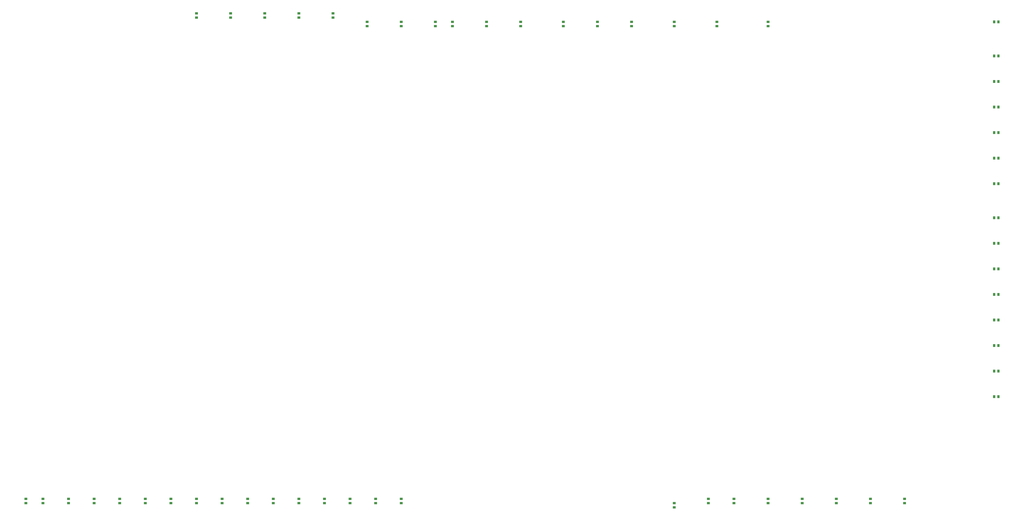
<source format=gtp>
G04 MADE WITH FRITZING*
G04 WWW.FRITZING.ORG*
G04 DOUBLE SIDED*
G04 HOLES PLATED*
G04 CONTOUR ON CENTER OF CONTOUR VECTOR*
%ASAXBY*%
%FSLAX23Y23*%
%MOIN*%
%OFA0B0*%
%SFA1.0B1.0*%
%ADD10R,0.035433X0.027559*%
%ADD11R,0.027559X0.035433*%
%LNPASTEMASK1*%
G90*
G70*
G54D10*
X682Y1243D03*
X682Y1294D03*
X8282Y6843D03*
X8282Y6894D03*
X7782Y6843D03*
X7782Y6894D03*
X7282Y6843D03*
X7282Y6894D03*
X6882Y6843D03*
X6882Y6894D03*
X6482Y6843D03*
X6482Y6894D03*
X5982Y6843D03*
X5982Y6894D03*
X5182Y6843D03*
X5182Y6894D03*
X5582Y6843D03*
X5582Y6894D03*
X4982Y6843D03*
X4982Y6894D03*
X4582Y6843D03*
X4582Y6894D03*
X4182Y6843D03*
X4182Y6894D03*
X3782Y6943D03*
X3782Y6994D03*
X3382Y6943D03*
X3382Y6994D03*
X2982Y6943D03*
X2982Y6994D03*
X2582Y6943D03*
X2582Y6994D03*
X2182Y6943D03*
X2182Y6994D03*
G54D11*
X11531Y6894D03*
X11582Y6894D03*
G54D10*
X8882Y6843D03*
X8882Y6894D03*
G54D11*
X11531Y6494D03*
X11582Y6494D03*
X11531Y6194D03*
X11582Y6194D03*
X11531Y5894D03*
X11582Y5894D03*
X11531Y5594D03*
X11582Y5594D03*
X11531Y5294D03*
X11582Y5294D03*
X11531Y4994D03*
X11582Y4994D03*
X11531Y4594D03*
X11582Y4594D03*
X11531Y4294D03*
X11582Y4294D03*
X11531Y3994D03*
X11582Y3994D03*
X11531Y3694D03*
X11582Y3694D03*
X11531Y3394D03*
X11582Y3394D03*
X11531Y3094D03*
X11582Y3094D03*
X11531Y2794D03*
X11582Y2794D03*
X11531Y2494D03*
X11582Y2494D03*
G54D10*
X10482Y1243D03*
X10482Y1294D03*
X10082Y1243D03*
X10082Y1294D03*
X9682Y1243D03*
X9682Y1294D03*
X9282Y1243D03*
X9282Y1294D03*
X8882Y1243D03*
X8882Y1294D03*
X8482Y1243D03*
X8482Y1294D03*
X8182Y1243D03*
X8182Y1294D03*
X7782Y1194D03*
X7782Y1246D03*
X4582Y1243D03*
X4582Y1294D03*
X4282Y1243D03*
X4282Y1294D03*
X3982Y1243D03*
X3982Y1294D03*
X3682Y1243D03*
X3682Y1294D03*
X3382Y1243D03*
X3382Y1294D03*
X3082Y1243D03*
X3082Y1294D03*
X2782Y1243D03*
X2782Y1294D03*
X2482Y1243D03*
X2482Y1294D03*
X2182Y1243D03*
X2182Y1294D03*
X1882Y1243D03*
X1882Y1294D03*
X1582Y1243D03*
X1582Y1294D03*
X1282Y1243D03*
X1282Y1294D03*
X982Y1243D03*
X982Y1294D03*
X382Y1243D03*
X382Y1294D03*
X182Y1243D03*
X182Y1294D03*
G04 End of PasteMask1*
M02*
</source>
